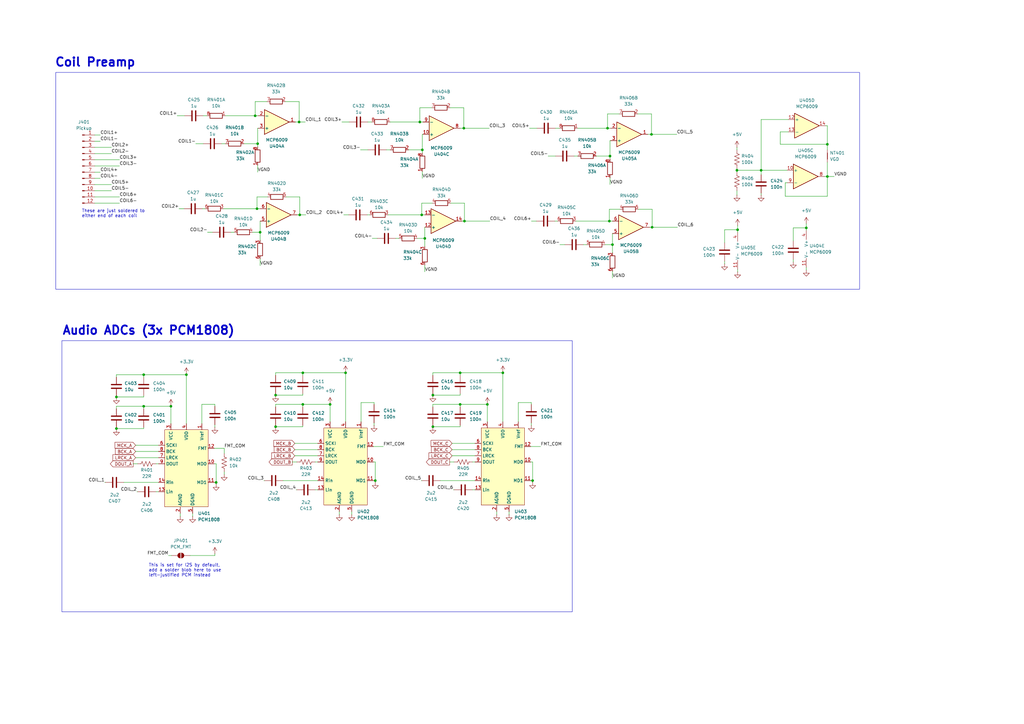
<source format=kicad_sch>
(kicad_sch (version 20231120) (generator "eeschema") (generator_version "8.0")
  (paper "A3")
  (junction (at 122.682 50.038))
  (junction (at 153.924 197.104))
  (junction (at 141.732 152.908))
  (junction (at 135.382 165.862))
  (junction (at 177.546 162.052))
  (junction (at 218.44 197.104))
  (junction (at 302.514 94.234))
  (junction (at 188.722 165.862))
  (junction (at 339.344 72.39))
  (junction (at 206.248 152.908))
  (junction (at 70.104 166.624))
  (junction (at 88.646 197.866))
  (junction (at 58.928 166.624))
  (junction (at 105.41 85.598))
  (junction (at 188.722 152.908))
  (junction (at 124.206 152.908))
  (junction (at 330.708 93.472))
  (junction (at 106.68 95.25))
  (junction (at 47.752 162.814))
  (junction (at 172.212 50.038))
  (junction (at 122.936 88.138))
  (junction (at 177.546 175.006))
  (junction (at 113.03 162.052))
  (junction (at 249.936 90.678))
  (junction (at 58.928 153.67))
  (junction (at 250.19 64.008))
  (junction (at 113.03 175.006))
  (junction (at 190.5 90.678))
  (junction (at 249.174 52.578))
  (junction (at 267.208 55.118))
  (junction (at 173.228 61.468))
  (junction (at 339.344 59.182))
  (junction (at 267.462 93.218))
  (junction (at 251.206 100.33))
  (junction (at 174.244 97.79))
  (junction (at 190.246 52.578))
  (junction (at 105.664 58.928))
  (junction (at 312.166 69.85))
  (junction (at 199.898 165.862))
  (junction (at 302.26 69.85))
  (junction (at 47.752 175.768))
  (junction (at 172.974 88.138))
  (junction (at 76.454 153.67))
  (junction (at 104.648 47.498))
  (junction (at 124.206 165.862))
  (wire (pts (xy 236.22 90.678) (xy 249.936 90.678)))
  (wire (pts (xy 113.03 161.544) (xy 113.03 162.052)))
  (wire (pts (xy 217.932 165.1) (xy 217.932 165.862)))
  (wire (pts (xy 254.254 85.852) (xy 249.936 85.852)))
  (wire (pts (xy 185.42 181.864) (xy 194.818 181.864)))
  (wire (pts (xy 105.664 58.928) (xy 105.664 60.198)))
  (wire (pts (xy 77.978 227.838) (xy 88.138 227.838)))
  (wire (pts (xy 117.094 41.656) (xy 122.682 41.656)))
  (wire (pts (xy 88.646 197.866) (xy 88.646 190.246)))
  (wire (pts (xy 113.03 175.006) (xy 113.03 175.26)))
  (wire (pts (xy 322.834 74.93) (xy 322.072 74.93)))
  (wire (pts (xy 38.862 80.772) (xy 49.022 80.772)))
  (wire (pts (xy 70.104 166.37) (xy 70.104 166.624)))
  (wire (pts (xy 47.752 166.624) (xy 58.928 166.624)))
  (wire (pts (xy 174.244 93.218) (xy 174.244 97.79)))
  (wire (pts (xy 42.926 197.866) (xy 43.18 197.866)))
  (wire (pts (xy 139.192 209.804) (xy 139.192 211.074)))
  (wire (pts (xy 217.932 173.482) (xy 217.932 174.498)))
  (wire (pts (xy 56.134 201.676) (xy 56.388 201.676)))
  (wire (pts (xy 124.206 152.908) (xy 141.732 152.908)))
  (wire (pts (xy 188.722 174.498) (xy 188.722 175.006)))
  (wire (pts (xy 302.26 78.232) (xy 302.26 80.01)))
  (wire (pts (xy 91.948 183.896) (xy 91.948 185.928)))
  (wire (pts (xy 108.204 197.104) (xy 108.458 197.104)))
  (wire (pts (xy 193.802 200.914) (xy 194.818 200.914)))
  (wire (pts (xy 113.03 165.862) (xy 124.206 165.862)))
  (wire (pts (xy 73.406 85.598) (xy 75.438 85.598)))
  (wire (pts (xy 190.5 83.312) (xy 190.5 90.678)))
  (wire (pts (xy 113.03 153.924) (xy 113.03 152.908)))
  (wire (pts (xy 177.546 162.052) (xy 177.546 162.306)))
  (wire (pts (xy 235.458 64.008) (xy 236.982 64.008)))
  (wire (pts (xy 173.482 55.118) (xy 173.228 55.118)))
  (wire (pts (xy 106.68 95.25) (xy 106.68 98.552)))
  (wire (pts (xy 188.722 161.544) (xy 188.722 162.052)))
  (wire (pts (xy 76.454 153.416) (xy 76.454 153.67)))
  (wire (pts (xy 109.728 80.772) (xy 105.41 80.772)))
  (wire (pts (xy 83.312 47.498) (xy 84.836 47.498)))
  (wire (pts (xy 251.206 100.33) (xy 251.206 103.632)))
  (wire (pts (xy 185.42 186.944) (xy 194.818 186.944)))
  (wire (pts (xy 72.644 47.498) (xy 75.692 47.498)))
  (wire (pts (xy 113.03 162.052) (xy 124.206 162.052)))
  (wire (pts (xy 105.664 52.578) (xy 105.664 58.928)))
  (wire (pts (xy 177.038 44.196) (xy 172.212 44.196)))
  (wire (pts (xy 87.884 183.896) (xy 91.948 183.896)))
  (wire (pts (xy 312.166 49.022) (xy 312.166 69.85)))
  (wire (pts (xy 249.936 85.852) (xy 249.936 90.678)))
  (wire (pts (xy 217.932 90.678) (xy 219.964 90.678)))
  (wire (pts (xy 94.742 95.25) (xy 96.012 95.25)))
  (wire (pts (xy 148.082 172.974) (xy 148.082 165.1)))
  (wire (pts (xy 54.61 190.246) (xy 56.388 190.246)))
  (wire (pts (xy 113.03 162.052) (xy 113.03 162.306)))
  (wire (pts (xy 177.546 166.878) (xy 177.546 165.862)))
  (wire (pts (xy 239.268 100.33) (xy 240.538 100.33)))
  (wire (pts (xy 229.616 100.33) (xy 231.648 100.33)))
  (wire (pts (xy 185.928 200.914) (xy 186.182 200.914)))
  (wire (pts (xy 45.72 60.452) (xy 38.862 60.452)))
  (wire (pts (xy 267.208 46.736) (xy 267.208 55.118)))
  (wire (pts (xy 82.804 165.862) (xy 88.138 165.862)))
  (wire (pts (xy 249.936 90.678) (xy 251.206 90.678)))
  (wire (pts (xy 70.104 166.624) (xy 70.104 173.736)))
  (wire (pts (xy 218.44 197.866) (xy 218.44 197.104)))
  (wire (pts (xy 184.404 189.484) (xy 186.182 189.484)))
  (wire (pts (xy 47.752 153.67) (xy 58.928 153.67)))
  (wire (pts (xy 64.008 190.246) (xy 65.024 190.246)))
  (wire (pts (xy 122.682 41.656) (xy 122.682 50.038)))
  (wire (pts (xy 302.514 94.234) (xy 302.514 95.25)))
  (wire (pts (xy 312.166 69.85) (xy 312.166 71.628)))
  (wire (pts (xy 177.546 162.052) (xy 188.722 162.052)))
  (wire (pts (xy 217.678 183.134) (xy 221.742 183.134)))
  (wire (pts (xy 254 46.736) (xy 249.174 46.736)))
  (wire (pts (xy 322.072 80.518) (xy 339.344 80.518)))
  (wire (pts (xy 76.454 153.67) (xy 76.454 173.736)))
  (wire (pts (xy 174.244 97.79) (xy 174.244 101.092)))
  (wire (pts (xy 78.994 210.566) (xy 78.994 211.836)))
  (wire (pts (xy 47.752 162.814) (xy 58.928 162.814)))
  (wire (pts (xy 217.678 197.104) (xy 218.44 197.104)))
  (wire (pts (xy 172.212 50.038) (xy 173.482 50.038)))
  (wire (pts (xy 339.344 51.562) (xy 338.582 51.562)))
  (wire (pts (xy 153.924 189.484) (xy 153.162 189.484)))
  (wire (pts (xy 140.97 88.138) (xy 143.002 88.138)))
  (wire (pts (xy 339.344 72.39) (xy 338.074 72.39)))
  (wire (pts (xy 236.982 52.578) (xy 249.174 52.578)))
  (wire (pts (xy 38.862 68.072) (xy 49.022 68.072)))
  (wire (pts (xy 227.838 52.578) (xy 229.362 52.578)))
  (wire (pts (xy 325.374 93.472) (xy 330.708 93.472)))
  (wire (pts (xy 88.138 174.244) (xy 88.138 175.26)))
  (wire (pts (xy 172.212 44.196) (xy 172.212 50.038)))
  (wire (pts (xy 206.248 152.908) (xy 206.248 172.974)))
  (wire (pts (xy 330.708 109.728) (xy 330.708 110.744)))
  (wire (pts (xy 122.682 50.038) (xy 121.158 50.038)))
  (wire (pts (xy 87.884 197.866) (xy 88.646 197.866)))
  (wire (pts (xy 320.04 54.102) (xy 320.04 59.182)))
  (wire (pts (xy 45.72 62.992) (xy 38.862 62.992)))
  (wire (pts (xy 109.474 41.656) (xy 104.648 41.656)))
  (wire (pts (xy 83.058 85.598) (xy 84.074 85.598)))
  (wire (pts (xy 250.19 57.658) (xy 250.19 64.008)))
  (wire (pts (xy 105.664 67.818) (xy 105.664 70.612)))
  (wire (pts (xy 267.462 93.218) (xy 266.446 93.218)))
  (wire (pts (xy 85.09 95.25) (xy 87.122 95.25)))
  (wire (pts (xy 58.928 166.624) (xy 58.928 167.64)))
  (wire (pts (xy 206.248 152.654) (xy 206.248 152.908)))
  (wire (pts (xy 153.416 173.482) (xy 153.416 174.498)))
  (wire (pts (xy 58.928 166.624) (xy 70.104 166.624)))
  (wire (pts (xy 320.04 59.182) (xy 339.344 59.182)))
  (wire (pts (xy 302.514 110.49) (xy 302.514 111.506)))
  (wire (pts (xy 88.646 190.246) (xy 87.884 190.246)))
  (wire (pts (xy 190.246 52.578) (xy 188.722 52.578)))
  (wire (pts (xy 38.862 70.612) (xy 41.148 70.612)))
  (wire (pts (xy 113.03 175.006) (xy 124.206 175.006)))
  (wire (pts (xy 267.462 85.852) (xy 267.462 93.218)))
  (wire (pts (xy 177.546 165.862) (xy 188.722 165.862)))
  (wire (pts (xy 104.648 41.656) (xy 104.648 47.498)))
  (wire (pts (xy 322.072 74.93) (xy 322.072 80.518)))
  (wire (pts (xy 88.646 198.628) (xy 88.646 197.866)))
  (wire (pts (xy 103.632 95.25) (xy 106.68 95.25)))
  (wire (pts (xy 190.5 90.678) (xy 189.484 90.678)))
  (wire (pts (xy 82.804 173.736) (xy 82.804 165.862)))
  (wire (pts (xy 150.876 50.038) (xy 152.4 50.038)))
  (wire (pts (xy 47.752 162.306) (xy 47.752 162.814)))
  (wire (pts (xy 106.68 90.678) (xy 106.68 95.25)))
  (wire (pts (xy 117.348 80.772) (xy 122.936 80.772)))
  (wire (pts (xy 212.598 172.974) (xy 212.598 165.1)))
  (wire (pts (xy 325.374 106.426) (xy 325.374 107.442)))
  (wire (pts (xy 124.206 161.544) (xy 124.206 162.052)))
  (wire (pts (xy 38.862 55.372) (xy 41.148 55.372)))
  (wire (pts (xy 80.264 58.928) (xy 83.312 58.928)))
  (wire (pts (xy 73.914 210.566) (xy 73.914 211.836)))
  (wire (pts (xy 113.03 166.878) (xy 113.03 165.862)))
  (wire (pts (xy 261.62 46.736) (xy 267.208 46.736)))
  (wire (pts (xy 58.928 153.67) (xy 58.928 154.686)))
  (wire (pts (xy 106.68 106.172) (xy 106.68 108.966)))
  (wire (pts (xy 302.26 69.85) (xy 312.166 69.85)))
  (wire (pts (xy 218.44 197.104) (xy 218.44 189.484)))
  (wire (pts (xy 45.72 75.692) (xy 38.862 75.692)))
  (wire (pts (xy 120.904 184.404) (xy 130.302 184.404)))
  (wire (pts (xy 69.088 227.838) (xy 70.358 227.838)))
  (wire (pts (xy 302.26 69.85) (xy 302.26 70.612)))
  (wire (pts (xy 121.412 200.914) (xy 121.666 200.914)))
  (wire (pts (xy 100.076 58.928) (xy 105.664 58.928)))
  (wire (pts (xy 302.514 92.456) (xy 302.514 94.234)))
  (wire (pts (xy 122.936 80.772) (xy 122.936 88.138)))
  (wire (pts (xy 120.904 186.944) (xy 130.302 186.944)))
  (wire (pts (xy 173.228 55.118) (xy 173.228 61.468)))
  (wire (pts (xy 141.732 152.654) (xy 141.732 152.908)))
  (wire (pts (xy 55.626 187.706) (xy 65.024 187.706)))
  (wire (pts (xy 339.344 72.39) (xy 342.138 72.39)))
  (wire (pts (xy 312.166 69.85) (xy 322.834 69.85)))
  (wire (pts (xy 250.19 72.898) (xy 250.19 75.692)))
  (wire (pts (xy 312.166 79.248) (xy 312.166 80.01)))
  (wire (pts (xy 302.26 69.088) (xy 302.26 69.85)))
  (wire (pts (xy 190.246 52.578) (xy 200.66 52.578)))
  (wire (pts (xy 92.456 47.498) (xy 104.648 47.498)))
  (wire (pts (xy 267.208 55.118) (xy 265.684 55.118)))
  (wire (pts (xy 65.024 197.866) (xy 50.8 197.866)))
  (wire (pts (xy 124.206 152.908) (xy 124.206 153.924)))
  (wire (pts (xy 148.082 165.1) (xy 153.416 165.1)))
  (wire (pts (xy 267.208 55.118) (xy 277.622 55.118)))
  (wire (pts (xy 267.462 93.218) (xy 277.876 93.218)))
  (wire (pts (xy 297.18 94.234) (xy 302.514 94.234)))
  (wire (pts (xy 218.44 189.484) (xy 217.678 189.484)))
  (wire (pts (xy 250.444 57.658) (xy 250.19 57.658)))
  (wire (pts (xy 339.344 59.182) (xy 339.344 61.468)))
  (wire (pts (xy 177.546 161.544) (xy 177.546 162.052)))
  (wire (pts (xy 47.752 175.768) (xy 58.928 175.768)))
  (wire (pts (xy 38.862 65.532) (xy 49.022 65.532)))
  (wire (pts (xy 227.584 90.678) (xy 228.6 90.678)))
  (wire (pts (xy 302.26 60.452) (xy 302.26 61.468)))
  (wire (pts (xy 297.18 107.188) (xy 297.18 108.204)))
  (wire (pts (xy 251.206 111.252) (xy 251.206 114.046)))
  (wire (pts (xy 153.924 197.104) (xy 153.924 189.484)))
  (wire (pts (xy 188.722 152.908) (xy 188.722 153.924)))
  (wire (pts (xy 184.658 44.196) (xy 190.246 44.196)))
  (wire (pts (xy 173.228 70.358) (xy 173.228 73.152)))
  (wire (pts (xy 147.828 61.468) (xy 150.876 61.468)))
  (wire (pts (xy 122.682 50.038) (xy 125.222 50.038)))
  (wire (pts (xy 330.708 91.694) (xy 330.708 93.472)))
  (wire (pts (xy 184.912 83.312) (xy 190.5 83.312)))
  (wire (pts (xy 190.5 90.678) (xy 200.914 90.678)))
  (wire (pts (xy 113.03 152.908) (xy 124.206 152.908)))
  (wire (pts (xy 261.874 85.852) (xy 267.462 85.852)))
  (wire (pts (xy 105.918 52.578) (xy 105.664 52.578)))
  (wire (pts (xy 158.496 61.468) (xy 160.02 61.468)))
  (wire (pts (xy 113.03 174.498) (xy 113.03 175.006)))
  (wire (pts (xy 185.42 184.404) (xy 194.818 184.404)))
  (wire (pts (xy 135.382 165.862) (xy 135.382 172.974)))
  (wire (pts (xy 249.174 52.578) (xy 250.444 52.578)))
  (wire (pts (xy 140.208 50.038) (xy 143.256 50.038)))
  (wire (pts (xy 152.654 97.79) (xy 154.686 97.79)))
  (wire (pts (xy 45.72 78.232) (xy 38.862 78.232)))
  (wire (pts (xy 47.752 175.26) (xy 47.752 175.768)))
  (wire (pts (xy 250.19 64.008) (xy 250.19 65.278)))
  (wire (pts (xy 330.708 93.472) (xy 330.708 94.488)))
  (wire (pts (xy 323.342 54.102) (xy 320.04 54.102)))
  (wire (pts (xy 88.138 227.838) (xy 88.138 227.076)))
  (wire (pts (xy 105.41 85.598) (xy 106.68 85.598)))
  (wire (pts (xy 129.286 189.484) (xy 130.302 189.484)))
  (wire (pts (xy 173.228 61.468) (xy 173.228 62.738)))
  (wire (pts (xy 55.626 185.166) (xy 65.024 185.166)))
  (wire (pts (xy 188.722 152.908) (xy 206.248 152.908)))
  (wire (pts (xy 172.974 88.138) (xy 174.244 88.138)))
  (wire (pts (xy 162.306 97.79) (xy 163.576 97.79)))
  (wire (pts (xy 188.722 165.862) (xy 188.722 166.878)))
  (wire (pts (xy 38.862 83.312) (xy 49.022 83.312)))
  (wire (pts (xy 135.382 165.608) (xy 135.382 165.862)))
  (wire (pts (xy 38.862 57.912) (xy 41.148 57.912)))
  (wire (pts (xy 248.158 100.33) (xy 251.206 100.33)))
  (wire (pts (xy 249.174 46.736) (xy 249.174 52.578)))
  (wire (pts (xy 58.928 162.306) (xy 58.928 162.814)))
  (wire (pts (xy 339.344 80.518) (xy 339.344 72.39)))
  (wire (pts (xy 174.244 108.712) (xy 174.244 111.506)))
  (wire (pts (xy 47.752 167.64) (xy 47.752 166.624)))
  (wire (pts (xy 153.162 197.104) (xy 153.924 197.104)))
  (wire (pts (xy 177.546 174.498) (xy 177.546 175.006)))
  (wire (pts (xy 153.416 165.1) (xy 153.416 165.862)))
  (wire (pts (xy 124.206 165.862) (xy 124.206 166.878)))
  (wire (pts (xy 119.888 189.484) (xy 121.666 189.484)))
  (wire (pts (xy 88.138 165.862) (xy 88.138 166.624)))
  (wire (pts (xy 177.546 152.908) (xy 188.722 152.908)))
  (wire (pts (xy 177.546 153.924) (xy 177.546 152.908)))
  (wire (pts (xy 194.818 197.104) (xy 180.594 197.104)))
  (wire (pts (xy 339.344 59.182) (xy 339.344 51.562)))
  (wire (pts (xy 177.546 175.006) (xy 177.546 175.26)))
  (wire (pts (xy 141.732 152.908) (xy 141.732 172.974)))
  (wire (pts (xy 208.788 209.804) (xy 208.788 211.074)))
  (wire (pts (xy 199.898 165.608) (xy 199.898 165.862)))
  (wire (pts (xy 58.928 153.67) (xy 76.454 153.67)))
  (wire (pts (xy 122.936 88.138) (xy 125.476 88.138)))
  (wire (pts (xy 224.79 64.008) (xy 227.838 64.008)))
  (wire (pts (xy 153.924 197.866) (xy 153.924 197.104)))
  (wire (pts (xy 193.802 189.484) (xy 194.818 189.484)))
  (wire (pts (xy 325.374 98.806) (xy 325.374 93.472)))
  (wire (pts (xy 47.752 162.814) (xy 47.752 163.068)))
  (wire (pts (xy 47.752 154.686) (xy 47.752 153.67)))
  (wire (pts (xy 199.898 165.862) (xy 199.898 172.974)))
  (wire (pts (xy 124.206 174.498) (xy 124.206 175.006)))
  (wire (pts (xy 297.18 99.568) (xy 297.18 94.234)))
  (wire (pts (xy 105.41 80.772) (xy 105.41 85.598)))
  (wire (pts (xy 144.272 209.804) (xy 144.272 211.074)))
  (wire (pts (xy 188.722 165.862) (xy 199.898 165.862)))
  (wire (pts (xy 212.598 165.1) (xy 217.932 165.1)))
  (wire (pts (xy 171.196 97.79) (xy 174.244 97.79)))
  (wire (pts (xy 159.258 88.138) (xy 172.974 88.138)))
  (wire (pts (xy 55.626 182.626) (xy 65.024 182.626)))
  (wire (pts (xy 90.932 58.928) (xy 92.456 58.928)))
  (wire (pts (xy 91.694 85.598) (xy 105.41 85.598)))
  (wire (pts (xy 122.936 88.138) (xy 121.92 88.138)))
  (wire (pts (xy 323.342 49.022) (xy 312.166 49.022)))
  (wire (pts (xy 153.162 183.134) (xy 157.226 183.134)))
  (wire (pts (xy 203.708 209.804) (xy 203.708 211.074)))
  (wire (pts (xy 64.008 201.676) (xy 65.024 201.676)))
  (wire (pts (xy 58.928 175.26) (xy 58.928 175.768)))
  (wire (pts (xy 217.17 52.578) (xy 220.218 52.578)))
  (wire (pts (xy 172.72 197.104) (xy 172.974 197.104)))
  (wire (pts (xy 38.862 73.152) (xy 41.148 73.152)))
  (wire (pts (xy 120.904 181.864) (xy 130.302 181.864)))
  (wire (pts (xy 130.302 197.104) (xy 116.078 197.104)))
  (wire (pts (xy 177.292 83.312) (xy 172.974 83.312)))
  (wire (pts (xy 129.286 200.914) (xy 130.302 200.914)))
  (wire (pts (xy 177.546 175.006) (xy 188.722 175.006)))
  (wire (pts (xy 251.206 95.758) (xy 251.206 100.33)))
  (wire (pts (xy 124.206 165.862) (xy 135.382 165.862)))
  (wire (pts (xy 190.246 44.196) (xy 190.246 52.578)))
  (wire (pts (xy 339.344 66.548) (xy 339.344 72.39)))
  (wire (pts (xy 172.974 83.312) (xy 172.974 88.138)))
  (wire (pts (xy 160.02 50.038) (xy 172.212 50.038)))
  (wire (pts (xy 167.64 61.468) (xy 173.228 61.468)))
  (wire (pts (xy 91.948 193.548) (xy 91.948 194.564)))
  (wire (pts (xy 47.752 175.768) (xy 47.752 176.022)))
  (wire (pts (xy 244.602 64.008) (xy 250.19 64.008)))
  (wire (pts (xy 104.648 47.498) (xy 105.918 47.498)))
  (wire (pts (xy 150.622 88.138) (xy 151.638 88.138)))
  (rectangle (start 25.4 139.7) (end 234.696 250.952))
  (rectangle (start 22.86 29.718) (end 352.552 118.618))
  (text "Coil Preamp" (at 22.352 25.654 0) (effects (font (size 3.5 3.5) (thickness 0.7) (bold yes)) (justify left)))
  (text "These are just soldered to\neither end of each coil" (at 33.528 87.63 0) (effects (font (size 1.27 1.27)) (justify left)))
  (text "Audio ADCs (3x PCM1808)" (at 25.4 135.636 0) (effects (font (size 3.5 3.5) (thickness 0.7) (bold yes)) (justify left)))
  (text "This is set for I2S by default, \nadd a solder blob here to use\nleft-justified PCM instead" (at 60.96 233.934 0) (effects (font (size 1.27 1.27)) (justify left)))
  (label "COIL3-" (at 147.828 61.468 180))
  (label "COIL6-" (at 229.616 100.33 180))
  (label "FMT_COM" (at 91.948 183.896 0))
  (label "COIL1+" (at 41.148 55.372 0))
  (label "COIL5+" (at 45.72 75.692 0))
  (label "COIL2-" (at 85.09 95.25 180))
  (label "COIL4+" (at 140.97 88.138 180))
  (label "COIL5-" (at 45.72 78.232 0))
  (label "COIL_4" (at 200.914 90.678 0))
  (label "COIL_6" (at 277.876 93.218 0))
  (label "COIL_1" (at 125.222 50.038 0))
  (label "COIL_2" (at 56.134 201.676 180))
  (label "COIL4-" (at 41.148 73.152 0))
  (label "COIL3+" (at 49.022 65.532 0))
  (label "VGND" (at 173.228 73.152 0))
  (label "COIL5-" (at 224.79 64.008 180))
  (label "COIL1-" (at 80.264 58.928 180))
  (label "COIL3+" (at 140.208 50.038 180))
  (label "VGND" (at 251.206 114.046 0))
  (label "VGND" (at 342.138 72.39 0))
  (label "COIL2+" (at 73.406 85.598 180))
  (label "COIL2+" (at 45.72 60.452 0))
  (label "COIL6+" (at 49.022 80.772 0))
  (label "COIL_6" (at 185.928 200.914 180))
  (label "COIL1-" (at 41.148 57.912 0))
  (label "VGND" (at 174.244 111.506 0))
  (label "COIL_5" (at 277.622 55.118 0))
  (label "COIL4+" (at 41.148 70.612 0))
  (label "FMT_COM" (at 157.226 183.134 0))
  (label "VGND" (at 105.664 70.612 0))
  (label "COIL_2" (at 125.476 88.138 0))
  (label "COIL_3" (at 108.204 197.104 180))
  (label "FMT_COM" (at 221.742 183.134 0))
  (label "COIL4-" (at 152.654 97.79 180))
  (label "COIL2-" (at 45.72 62.992 0))
  (label "VGND" (at 250.19 75.692 0))
  (label "COIL_3" (at 200.66 52.578 0))
  (label "COIL6+" (at 217.932 90.678 180))
  (label "COIL_1" (at 42.926 197.866 180))
  (label "COIL3-" (at 49.022 68.072 0))
  (label "VGND" (at 106.68 108.966 0))
  (label "COIL_5" (at 172.72 197.104 180))
  (label "COIL6-" (at 49.022 83.312 0))
  (label "FMT_COM" (at 69.088 227.838 180))
  (label "COIL_4" (at 121.412 200.914 180))
  (label "COIL5+" (at 217.17 52.578 180))
  (label "COIL1+" (at 72.644 47.498 180))
  (global_label "BCK_B" (shape input) (at 120.904 184.404 180) (property "Intersheetrefs" "${INTERSHEET_REFS}" (effects (hide yes))))
  (global_label "MCK_B" (shape input) (at 120.904 181.864 180) (property "Intersheetrefs" "${INTERSHEET_REFS}" (effects (hide yes))))
  (global_label "MCK_C" (shape input) (at 185.42 181.864 180) (property "Intersheetrefs" "${INTERSHEET_REFS}" (effects (hide yes))))
  (global_label "BCK_A" (shape input) (at 55.626 185.166 180) (property "Intersheetrefs" "${INTERSHEET_REFS}" (effects (hide yes))))
  (global_label "BCK_C" (shape input) (at 185.42 184.404 180) (property "Intersheetrefs" "${INTERSHEET_REFS}" (effects (hide yes))))
  (global_label "LRCK_C" (shape input) (at 185.42 186.944 180) (property "Intersheetrefs" "${INTERSHEET_REFS}" (effects (hide yes))))
  (global_label "MCK_A" (shape input) (at 55.626 182.626 180) (property "Intersheetrefs" "${INTERSHEET_REFS}" (effects (hide yes))))
  (global_label "LRCK_A" (shape input) (at 55.626 187.706 180) (property "Intersheetrefs" "${INTERSHEET_REFS}" (effects (hide yes))))
  (global_label "DOUT_B" (shape output) (at 119.888 189.484 180) (property "Intersheetrefs" "${INTERSHEET_REFS}" (effects (hide yes))))
  (global_label "DOUT_A" (shape output) (at 54.61 190.246 180) (property "Intersheetrefs" "${INTERSHEET_REFS}" (effects (hide yes))))
  (global_label "DOUT_C" (shape output) (at 184.404 189.484 180) (property "Intersheetrefs" "${INTERSHEET_REFS}" (effects (hide yes))))
  (global_label "LRCK_B" (shape input) (at 120.904 186.944 180) (property "Intersheetrefs" "${INTERSHEET_REFS}" (effects (hide yes))))
  (symbol (lib_id "Amplifier_Operational:MCP604") (at 330.454 72.39 0) (unit 3)
    (property "Reference" "U405" (at 330.454 61.722 0))
    (property "Value" "MCP6009" (at 330.454 64.262 0))
    (property "Footprint" "Package_SO:TSSOP-14_4.4x5mm_P0.65mm" (effects (hide yes)))
    (property "Datasheet" "http://ww1.microchip.com/downloads/en/DeviceDoc/21314g.pdf" (effects (hide yes)))
    (property "Description" "Quad 2.7V to 6.0V Single Supply CMOS Op Amps, DIP-14/SOIC-14/TSSOP-14" (effects (hide yes)))
  )
  (symbol (lib_id "power:GND") (at 153.924 197.866 0) (unit 1)
    (property "Reference" "#PWR0419" (effects (hide yes)))
    (property "Value" "GND" (effects (hide yes)))
    (property "Description" "Power symbol creates a global label with name \"GND\" , ground" (effects (hide yes)))
  )
  (symbol (lib_id "power:+5V") (at 302.514 92.456 0) (unit 1)
    (property "Reference" "#PWR0431" (effects (hide yes)))
    (property "Value" "+5V" (at 302.514 87.122 0))
    (property "Description" "Power symbol creates a global label with name \"+5V\"" (effects (hide yes)))
  )
  (symbol (lib_id "power:GND") (at 177.546 162.306 0) (unit 1)
    (property "Reference" "#PWR0421" (effects (hide yes)))
    (property "Value" "GND" (effects (hide yes)))
    (property "Description" "Power symbol creates a global label with name \"GND\" , ground" (effects (hide yes)))
  )
  (symbol (lib_id "Device:R_US") (at 189.992 189.484 90) (unit 1)
    (property "Reference" "R405" (at 189.992 192.024 90))
    (property "Value" "22R" (at 189.992 194.564 90))
    (property "Footprint" "Resistor_SMD:R_0805_2012Metric" (effects (hide yes)))
    (property "Description" "Resistor, US symbol" (effects (hide yes)))
  )
  (symbol (lib_id "power:GND") (at 88.646 198.628 0) (unit 1)
    (property "Reference" "#PWR0408" (effects (hide yes)))
    (property "Value" "GND" (effects (hide yes)))
    (property "Description" "Power symbol creates a global label with name \"GND\" , ground" (effects (hide yes)))
  )
  (symbol (lib_id "power:+3.3V") (at 88.138 227.076 0) (unit 1)
    (property "Reference" "#PWR0410" (effects (hide yes)))
    (property "Value" "+3.3V" (at 88.138 221.996 0))
    (property "Description" "Power symbol creates a global label with name \"+3.3V\"" (effects (hide yes)))
  )
  (symbol (lib_id "Device:R_US") (at 60.198 190.246 90) (unit 1)
    (property "Reference" "R401" (at 60.198 192.786 90))
    (property "Value" "22R" (at 60.198 195.326 90))
    (property "Footprint" "Resistor_SMD:R_0805_2012Metric" (effects (hide yes)))
    (property "Description" "Resistor, US symbol" (effects (hide yes)))
  )
  (symbol (lib_id "power:+3.3V") (at 141.732 152.654 0) (unit 1)
    (property "Reference" "#PWR0416" (effects (hide yes)))
    (property "Value" "+3.3V" (at 141.732 147.574 0))
    (property "Description" "Power symbol creates a global label with name \"+3.3V\"" (effects (hide yes)))
  )
  (symbol (lib_id "power:+5V") (at 302.26 60.452 0) (unit 1)
    (property "Reference" "#PWR0435" (effects (hide yes)))
    (property "Value" "+5V" (at 302.26 55.118 0))
    (property "Description" "Power symbol creates a global label with name \"+5V\"" (effects (hide yes)))
  )
  (symbol (lib_id "Jumper:SolderJumper_2_Open") (at 74.168 227.838 0) (unit 1) (exclude_from_sim yes) (in_bom no)
    (property "Reference" "JP401" (at 74.168 221.742 0))
    (property "Value" "PCM_FMT" (at 74.168 224.282 0))
    (property "Footprint" "Jumper:SolderJumper-2_P1.3mm_Open_TrianglePad1.0x1.5mm" (effects (hide yes)))
    (property "Description" "Solder Jumper, 2-pole, open" (effects (hide yes)))
  )
  (symbol (lib_id "power:GND") (at 139.192 211.074 0) (unit 1)
    (property "Reference" "#PWR0415" (effects (hide yes)))
    (property "Value" "GND" (effects (hide yes)))
    (property "Description" "Power symbol creates a global label with name \"GND\" , ground" (effects (hide yes)))
  )
  (symbol (lib_id "Device:R_Pack04_Split") (at 113.284 41.656 90) (unit 2)
    (property "Reference" "RN402" (at 113.284 35.052 90))
    (property "Value" "33k" (at 113.284 37.592 90))
    (property "Footprint" "Resistor_SMD:R_Array_Concave_4x0603" (effects (hide yes)))
    (property "Description" "4 resistor network, parallel topology, split" (effects (hide yes)))
  )
  (symbol (lib_id "Device:C") (at 146.812 88.138 90) (unit 1)
    (property "Reference" "C431" (at 146.812 81.534 90))
    (property "Value" "1u" (at 146.812 84.074 90))
    (property "Footprint" "Capacitor_SMD:C_0805_2012Metric" (effects (hide yes)))
    (property "Description" "Unpolarized capacitor" (effects (hide yes)))
  )
  (symbol (lib_id "Amplifier_Operational:MCP604") (at 114.3 88.138 0) (mirror x) (unit 2)
    (property "Reference" "U404" (at 114.3 98.044 0))
    (property "Value" "MCP6009" (at 114.3 95.504 0))
    (property "Footprint" "Package_SO:TSSOP-14_4.4x5mm_P0.65mm" (effects (hide yes)))
    (property "Datasheet" "http://ww1.microchip.com/downloads/en/DeviceDoc/21314g.pdf" (effects (hide yes)))
    (property "Description" "Quad 2.7V to 6.0V Single Supply CMOS Op Amps, DIP-14/SOIC-14/TSSOP-14" (effects (hide yes)))
  )
  (symbol (lib_id "Device:R_Pack04_Split") (at 163.83 61.468 90) (unit 2)
    (property "Reference" "RN403" (at 163.83 54.864 90))
    (property "Value" "10k" (at 163.83 57.404 90))
    (property "Footprint" "Resistor_SMD:R_Array_Concave_4x0603" (effects (hide yes)))
    (property "Description" "4 resistor network, parallel topology, split" (effects (hide yes)))
  )
  (symbol (lib_id "Device:C") (at 47.752 171.45 0) (unit 1)
    (property "Reference" "C402" (at 51.054 170.1799 0) (effects (justify left)))
    (property "Value" "10u" (at 51.054 172.7199 0) (effects (justify left)))
    (property "Footprint" "Capacitor_SMD:C_0805_2012Metric" (effects (hide yes)))
    (property "Description" "Unpolarized capacitor" (effects (hide yes)))
  )
  (symbol (lib_id "Device:R_Pack04_Split") (at 87.884 85.598 90) (unit 3)
    (property "Reference" "RN401" (at 87.884 80.01 90))
    (property "Value" "10k" (at 87.884 82.55 90))
    (property "Footprint" "Resistor_SMD:R_Array_Concave_4x0603" (effects (hide yes)))
    (property "Description" "4 resistor network, parallel topology, split" (effects (hide yes)))
  )
  (symbol (lib_id "Device:R_US") (at 91.948 189.738 0) (unit 1)
    (property "Reference" "R402" (at 93.98 188.4679 0) (effects (justify left)))
    (property "Value" "10k" (at 93.98 191.0079 0) (effects (justify left)))
    (property "Footprint" "Resistor_SMD:R_0805_2012Metric" (effects (hide yes)))
    (property "Description" "Resistor, US symbol" (effects (hide yes)))
  )
  (symbol (lib_id "Device:C") (at 113.03 157.734 0) (unit 1)
    (property "Reference" "C409" (at 116.332 156.4639 0) (effects (justify left)))
    (property "Value" "10u" (at 116.332 159.0039 0) (effects (justify left)))
    (property "Footprint" "Capacitor_SMD:C_0805_2012Metric" (effects (hide yes)))
    (property "Description" "Unpolarized capacitor" (effects (hide yes)))
  )
  (symbol (lib_id "Device:C") (at 90.932 95.25 90) (unit 1)
    (property "Reference" "C428" (at 90.932 88.646 90))
    (property "Value" "1u" (at 90.932 91.186 90))
    (property "Footprint" "Capacitor_SMD:C_0805_2012Metric" (effects (hide yes)))
    (property "Description" "Unpolarized capacitor" (effects (hide yes)))
  )
  (symbol (lib_id "Device:C") (at 79.248 85.598 90) (unit 1)
    (property "Reference" "C427" (at 79.248 78.994 90))
    (property "Value" "1u" (at 79.248 81.534 90))
    (property "Footprint" "Capacitor_SMD:C_0805_2012Metric" (effects (hide yes)))
    (property "Description" "Unpolarized capacitor" (effects (hide yes)))
  )
  (symbol (lib_id "Device:R_Pack04_Split") (at 257.81 46.736 90) (unit 2)
    (property "Reference" "RN406" (at 257.81 40.132 90))
    (property "Value" "33k" (at 257.81 42.672 90))
    (property "Footprint" "Resistor_SMD:R_Array_Concave_4x0603" (effects (hide yes)))
    (property "Description" "4 resistor network, parallel topology, split" (effects (hide yes)))
  )
  (symbol (lib_id "Device:NetTie_2") (at 339.344 64.008 90) (unit 1) (in_bom no)
    (property "Reference" "NT401" (at 340.36 62.7379 90) (effects (justify right)))
    (property "Value" "VGD" (at 340.36 65.2779 90) (effects (justify right)))
    (property "Footprint" "NetTie:NetTie-2_SMD_Pad0.5mm" (effects (hide yes)))
    (property "Description" "Net tie, 2 pins" (effects (hide yes)))
  )
  (symbol (lib_id "Device:C") (at 154.686 61.468 90) (unit 1)
    (property "Reference" "C433" (at 154.686 54.864 90))
    (property "Value" "1u" (at 154.686 57.404 90))
    (property "Footprint" "Capacitor_SMD:C_0805_2012Metric" (effects (hide yes)))
    (property "Description" "Unpolarized capacitor" (effects (hide yes)))
  )
  (symbol (lib_id "Device:R_US") (at 125.476 189.484 90) (unit 1)
    (property "Reference" "R403" (at 125.476 192.024 90))
    (property "Value" "22R" (at 125.476 194.564 90))
    (property "Footprint" "Resistor_SMD:R_0805_2012Metric" (effects (hide yes)))
    (property "Description" "Resistor, US symbol" (effects (hide yes)))
  )
  (symbol (lib_id "power:GND") (at 325.374 107.442 0) (unit 1)
    (property "Reference" "#PWR0420" (effects (hide yes)))
    (property "Value" "GND" (effects (hide yes)))
    (property "Description" "Power symbol creates a global label with name \"GND\" , ground" (effects (hide yes)))
  )
  (symbol (lib_id "Audio:PCM1808") (at 206.248 192.024 0) (unit 1)
    (property "Reference" "U403" (at 210.9821 209.804 0) (effects (justify left)))
    (property "Value" "PCM1808" (at 210.9821 212.344 0) (effects (justify left)))
    (property "Footprint" "Package_SO:TSSOP-14_4.4x5mm_P0.65mm" (effects (hide yes)))
  )
  (symbol (lib_id "power:+5V") (at 330.708 91.694 0) (unit 1)
    (property "Reference" "#PWR0411" (effects (hide yes)))
    (property "Value" "+5V" (at 330.708 86.36 0))
    (property "Description" "Power symbol creates a global label with name \"+5V\"" (effects (hide yes)))
  )
  (symbol (lib_id "power:GND") (at 78.994 211.836 0) (unit 1)
    (property "Reference" "#PWR0407" (effects (hide yes)))
    (property "Value" "GND" (effects (hide yes)))
    (property "Description" "Power symbol creates a global label with name \"GND\" , ground" (effects (hide yes)))
  )
  (symbol (lib_id "power:GND") (at 312.166 80.01 0) (unit 1)
    (property "Reference" "#PWR0434" (effects (hide yes)))
    (property "Value" "GND" (effects (hide yes)))
    (property "Description" "Power symbol creates a global label with name \"GND\" , ground" (effects (hide yes)))
  )
  (symbol (lib_id "Device:C") (at 87.122 58.928 90) (unit 1)
    (property "Reference" "C426" (at 87.122 52.324 90))
    (property "Value" "1u" (at 87.122 54.864 90))
    (property "Footprint" "Capacitor_SMD:C_0805_2012Metric" (effects (hide yes)))
    (property "Description" "Unpolarized capacitor" (effects (hide yes)))
  )
  (symbol (lib_id "Device:R_Pack04_Split") (at 106.68 102.362 180) (unit 3)
    (property "Reference" "RN402" (at 97.536 101.092 0) (effects (justify right)))
    (property "Value" "33k" (at 97.536 103.632 0) (effects (justify right)))
    (property "Footprint" "Resistor_SMD:R_Array_Concave_4x0603" (effects (hide yes)))
    (property "Description" "4 resistor network, parallel topology, split" (effects (hide yes)))
  )
  (symbol (lib_id "Device:R_Pack04_Split") (at 173.228 66.548 0) (unit 1)
    (property "Reference" "RN404" (at 164.084 65.278 0) (effects (justify left)))
    (property "Value" "33k" (at 164.084 67.818 0) (effects (justify left)))
    (property "Footprint" "Resistor_SMD:R_Array_Concave_4x0603" (effects (hide yes)))
    (property "Description" "4 resistor network, parallel topology, split" (effects (hide yes)))
  )
  (symbol (lib_id "Device:R_Pack04_Split") (at 96.266 58.928 90) (unit 2)
    (property "Reference" "RN401" (at 96.266 52.324 90))
    (property "Value" "10k" (at 96.266 54.864 90))
    (property "Footprint" "Resistor_SMD:R_Array_Concave_4x0603" (effects (hide yes)))
    (property "Description" "4 resistor network, parallel topology, split" (effects (hide yes)))
  )
  (symbol (lib_id "Device:C") (at 223.774 90.678 90) (unit 1)
    (property "Reference" "C429" (at 223.774 84.074 90))
    (property "Value" "1u" (at 223.774 86.614 90))
    (property "Footprint" "Capacitor_SMD:C_0805_2012Metric" (effects (hide yes)))
    (property "Description" "Unpolarized capacitor" (effects (hide yes)))
  )
  (symbol (lib_id "Device:R_US") (at 302.26 65.278 0) (unit 1)
    (property "Reference" "R404" (at 304.038 64.0079 0) (effects (justify left)))
    (property "Value" "100k" (at 304.038 66.5479 0) (effects (justify left)))
    (property "Footprint" "Resistor_SMD:R_0805_2012Metric" (effects (hide yes)))
    (property "Description" "Resistor, US symbol" (effects (hide yes)))
  )
  (symbol (lib_id "power:+5V") (at 70.104 166.37 0) (unit 1)
    (property "Reference" "#PWR0403" (effects (hide yes)))
    (property "Value" "+5V" (at 70.104 161.036 0))
    (property "Description" "Power symbol creates a global label with name \"+5V\"" (effects (hide yes)))
  )
  (symbol (lib_id "Device:C") (at 188.722 157.734 0) (unit 1)
    (property "Reference" "C418" (at 192.532 156.4639 0) (effects (justify left)))
    (property "Value" "100n" (at 192.532 159.0039 0) (effects (justify left)))
    (property "Footprint" "Capacitor_SMD:C_0805_2012Metric" (effects (hide yes)))
    (property "Description" "Unpolarized capacitor" (effects (hide yes)))
  )
  (symbol (lib_id "Device:R_Pack04_Split") (at 232.41 90.678 90) (unit 3)
    (property "Reference" "RN405" (at 232.41 85.09 90))
    (property "Value" "10k" (at 232.41 87.63 90))
    (property "Footprint" "Resistor_SMD:R_Array_Concave_4x0603" (effects (hide yes)))
    (property "Description" "4 resistor network, parallel topology, split" (effects (hide yes)))
  )
  (symbol (lib_id "power:GND") (at 91.948 194.564 0) (unit 1)
    (property "Reference" "#PWR0409" (effects (hide yes)))
    (property "Value" "GND" (effects (hide yes)))
    (property "Description" "Power symbol creates a global label with name \"GND\" , ground" (effects (hide yes)))
  )
  (symbol (lib_id "Audio:PCM1808") (at 76.454 192.786 0) (unit 1)
    (property "Reference" "U401" (at 81.1881 210.566 0) (effects (justify left)))
    (property "Value" "PCM1808" (at 81.1881 213.106 0) (effects (justify left)))
    (property "Footprint" "Package_SO:TSSOP-14_4.4x5mm_P0.65mm" (effects (hide yes)))
  )
  (symbol (lib_id "Device:C") (at 188.722 170.688 0) (unit 1)
    (property "Reference" "C419" (at 192.532 169.4179 0) (effects (justify left)))
    (property "Value" "100n" (at 192.532 171.9579 0) (effects (justify left)))
    (property "Footprint" "Capacitor_SMD:C_0805_2012Metric" (effects (hide yes)))
    (property "Description" "Unpolarized capacitor" (effects (hide yes)))
  )
  (symbol (lib_id "Device:C") (at 231.648 64.008 90) (unit 1)
    (property "Reference" "C435" (at 231.648 57.404 90))
    (property "Value" "1u" (at 231.648 59.944 90))
    (property "Footprint" "Capacitor_SMD:C_0805_2012Metric" (effects (hide yes)))
    (property "Description" "Unpolarized capacitor" (effects (hide yes)))
  )
  (symbol (lib_id "Amplifier_Operational:MCP604") (at 330.962 51.562 0) (unit 4)
    (property "Reference" "U405" (at 330.962 41.148 0))
    (property "Value" "MCP6009" (at 330.962 43.688 0))
    (property "Footprint" "Package_SO:TSSOP-14_4.4x5mm_P0.65mm" (effects (hide yes)))
    (property "Datasheet" "http://ww1.microchip.com/downloads/en/DeviceDoc/21314g.pdf" (effects (hide yes)))
    (property "Description" "Quad 2.7V to 6.0V Single Supply CMOS Op Amps, DIP-14/SOIC-14/TSSOP-14" (effects (hide yes)))
  )
  (symbol (lib_id "Device:R_Pack04_Split") (at 99.822 95.25 90) (unit 4)
    (property "Reference" "RN401" (at 99.822 89.662 90))
    (property "Value" "10k" (at 99.822 92.202 90))
    (property "Footprint" "Resistor_SMD:R_Array_Concave_4x0603" (effects (hide yes)))
    (property "Description" "4 resistor network, parallel topology, split" (effects (hide yes)))
  )
  (symbol (lib_id "Amplifier_Operational:MCP604") (at 333.248 102.108 0) (unit 5)
    (property "Reference" "U404" (at 331.978 100.8379 0) (effects (justify left)))
    (property "Value" "MCP6009" (at 331.978 103.3779 0) (effects (justify left)))
    (property "Footprint" "Package_SO:TSSOP-14_4.4x5mm_P0.65mm" (effects (hide yes)))
    (property "Datasheet" "http://ww1.microchip.com/downloads/en/DeviceDoc/21314g.pdf" (effects (hide yes)))
    (property "Description" "Quad 2.7V to 6.0V Single Supply CMOS Op Amps, DIP-14/SOIC-14/TSSOP-14" (effects (hide yes)))
  )
  (symbol (lib_id "Device:R_Pack04_Split") (at 181.102 83.312 270) (unit 4)
    (property "Reference" "RN404" (at 181.102 77.724 90))
    (property "Value" "33k" (at 181.102 80.264 90))
    (property "Footprint" "Resistor_SMD:R_Array_Concave_4x0603" (effects (hide yes)))
    (property "Description" "4 resistor network, parallel topology, split" (effects (hide yes)))
  )
  (symbol (lib_id "Amplifier_Operational:MCP604") (at 305.054 102.87 0) (unit 5)
    (property "Reference" "U405" (at 303.784 101.5999 0) (effects (justify left)))
    (property "Value" "MCP6009" (at 303.784 104.1399 0) (effects (justify left)))
    (property "Footprint" "Package_SO:TSSOP-14_4.4x5mm_P0.65mm" (effects (hide yes)))
    (property "Datasheet" "http://ww1.microchip.com/downloads/en/DeviceDoc/21314g.pdf" (effects (hide yes)))
    (property "Description" "Quad 2.7V to 6.0V Single Supply CMOS Op Amps, DIP-14/SOIC-14/TSSOP-14" (effects (hide yes)))
  )
  (symbol (lib_id "power:GND") (at 113.03 162.306 0) (unit 1)
    (property "Reference" "#PWR0412" (effects (hide yes)))
    (property "Value" "GND" (effects (hide yes)))
    (property "Description" "Power symbol creates a global label with name \"GND\" , ground" (effects (hide yes)))
  )
  (symbol (lib_id "power:GND") (at 217.932 174.498 0) (unit 1)
    (property "Reference" "#PWR0427" (effects (hide yes)))
    (property "Value" "GND" (effects (hide yes)))
    (property "Description" "Power symbol creates a global label with name \"GND\" , ground" (effects (hide yes)))
  )
  (symbol (lib_id "Connector:Conn_01x12_Pin") (at 33.782 68.072 0) (unit 1)
    (property "Reference" "J401" (at 34.417 50.038 0))
    (property "Value" "Pickup" (at 34.417 52.578 0))
    (property "Footprint" "Connector_JST:JST_PH_B12B-PH-K_1x12_P2.00mm_Vertical" (effects (hide yes)))
    (property "Description" "Generic connector, single row, 01x12, script generated" (effects (hide yes)))
  )
  (symbol (lib_id "Device:C") (at 312.166 75.438 0) (unit 1)
    (property "Reference" "C424" (at 315.976 74.1679 0) (effects (justify left)))
    (property "Value" "100n" (at 315.976 76.7079 0) (effects (justify left)))
    (property "Footprint" "Capacitor_SMD:C_0805_2012Metric" (effects (hide yes)))
    (property "Description" "Unpolarized capacitor" (effects (hide yes)))
  )
  (symbol (lib_id "Device:R_Pack04_Split") (at 167.386 97.79 90) (unit 4)
    (property "Reference" "RN403" (at 167.386 92.202 90))
    (property "Value" "10k" (at 167.386 94.742 90))
    (property "Footprint" "Resistor_SMD:R_Array_Concave_4x0603" (effects (hide yes)))
    (property "Description" "4 resistor network, parallel topology, split" (effects (hide yes)))
  )
  (symbol (lib_id "Device:R_Pack04_Split") (at 240.792 64.008 90) (unit 2)
    (property "Reference" "RN405" (at 240.792 57.404 90))
    (property "Value" "10k" (at 240.792 59.944 90))
    (property "Footprint" "Resistor_SMD:R_Array_Concave_4x0603" (effects (hide yes)))
    (property "Description" "4 resistor network, parallel topology, split" (effects (hide yes)))
  )
  (symbol (lib_id "power:+5V") (at 135.382 165.608 0) (unit 1)
    (property "Reference" "#PWR0414" (effects (hide yes)))
    (property "Value" "+5V" (at 135.382 160.274 0))
    (property "Description" "Power symbol creates a global label with name \"+5V\"" (effects (hide yes)))
  )
  (symbol (lib_id "power:+3.3V") (at 206.248 152.654 0) (unit 1)
    (property "Reference" "#PWR0425" (effects (hide yes)))
    (property "Value" "+3.3V" (at 206.248 147.574 0))
    (property "Description" "Power symbol creates a global label with name \"+3.3V\"" (effects (hide yes)))
  )
  (symbol (lib_id "power:+5V") (at 199.898 165.608 0) (unit 1)
    (property "Reference" "#PWR0423" (effects (hide yes)))
    (property "Value" "+5V" (at 199.898 160.274 0))
    (property "Description" "Power symbol creates a global label with name \"+5V\"" (effects (hide yes)))
  )
  (symbol (lib_id "Device:R_US") (at 302.26 74.422 0) (unit 1)
    (property "Reference" "R406" (at 304.038 73.1519 0) (effects (justify left)))
    (property "Value" "100k" (at 304.038 75.6919 0) (effects (justify left)))
    (property "Footprint" "Resistor_SMD:R_0805_2012Metric" (effects (hide yes)))
    (property "Description" "Resistor, US symbol" (effects (hide yes)))
  )
  (symbol (lib_id "Device:C") (at 189.992 200.914 270) (mirror x) (unit 1)
    (property "Reference" "C420" (at 189.992 208.534 90))
    (property "Value" "2u2" (at 189.992 205.994 90))
    (property "Footprint" "Capacitor_SMD:C_0805_2012Metric" (effects (hide yes)))
    (property "Description" "Unpolarized capacitor" (effects (hide yes)))
  )
  (symbol (lib_id "Device:C") (at 297.18 103.378 0) (mirror y) (unit 1)
    (property "Reference" "C423" (at 293.37 102.1079 0) (effects (justify left)))
    (property "Value" "100n" (at 293.37 104.6479 0) (effects (justify left)))
    (property "Footprint" "Capacitor_SMD:C_0805_2012Metric" (effects (hide yes)))
    (property "Description" "Unpolarized capacitor" (effects (hide yes)))
  )
  (symbol (lib_id "Device:C") (at 147.066 50.038 90) (unit 1)
    (property "Reference" "C432" (at 147.066 43.434 90))
    (property "Value" "1u" (at 147.066 45.974 90))
    (property "Footprint" "Capacitor_SMD:C_0805_2012Metric" (effects (hide yes)))
    (property "Description" "Unpolarized capacitor" (effects (hide yes)))
  )
  (symbol (lib_id "power:+3.3V") (at 76.454 153.416 0) (unit 1)
    (property "Reference" "#PWR0404" (effects (hide yes)))
    (property "Value" "+3.3V" (at 76.454 148.336 0))
    (property "Description" "Power symbol creates a global label with name \"+3.3V\"" (effects (hide yes)))
  )
  (symbol (lib_id "power:GND") (at 218.44 197.866 0) (unit 1)
    (property "Reference" "#PWR0428" (effects (hide yes)))
    (property "Value" "GND" (effects (hide yes)))
    (property "Description" "Power symbol creates a global label with name \"GND\" , ground" (effects (hide yes)))
  )
  (symbol (lib_id "Device:R_Pack04_Split") (at 174.244 104.902 180) (unit 3)
    (property "Reference" "RN404" (at 165.354 103.378 0) (effects (justify right)))
    (property "Value" "33k" (at 165.354 105.918 0) (effects (justify right)))
    (property "Footprint" "Resistor_SMD:R_Array_Concave_4x0603" (effects (hide yes)))
    (property "Description" "4 resistor network, parallel topology, split" (effects (hide yes)))
  )
  (symbol (lib_id "power:GND") (at 73.914 211.836 0) (unit 1)
    (property "Reference" "#PWR0406" (effects (hide yes)))
    (property "Value" "GND" (effects (hide yes)))
    (property "Description" "Power symbol creates a global label with name \"GND\" , ground" (effects (hide yes)))
  )
  (symbol (lib_id "Device:C") (at 124.206 170.688 0) (unit 1)
    (property "Reference" "C412" (at 128.016 169.4179 0) (effects (justify left)))
    (property "Value" "100n" (at 128.016 171.9579 0) (effects (justify left)))
    (property "Footprint" "Capacitor_SMD:C_0805_2012Metric" (effects (hide yes)))
    (property "Description" "Unpolarized capacitor" (effects (hide yes)))
  )
  (symbol (lib_id "power:GND") (at 302.26 80.01 0) (unit 1)
    (property "Reference" "#PWR0433" (effects (hide yes)))
    (property "Value" "GND" (effects (hide yes)))
    (property "Description" "Power symbol creates a global label with name \"GND\" , ground" (effects (hide yes)))
  )
  (symbol (lib_id "Device:R_Pack04_Split") (at 180.848 44.196 90) (unit 2)
    (property "Reference" "RN404" (at 180.848 37.592 90))
    (property "Value" "33k" (at 180.848 40.132 90))
    (property "Footprint" "Resistor_SMD:R_Array_Concave_4x0603" (effects (hide yes)))
    (property "Description" "4 resistor network, parallel topology, split" (effects (hide yes)))
  )
  (symbol (lib_id "Device:R_Pack04_Split") (at 244.348 100.33 90) (unit 4)
    (property "Reference" "RN405" (at 244.348 94.742 90))
    (property "Value" "10k" (at 244.348 97.282 90))
    (property "Footprint" "Resistor_SMD:R_Array_Concave_4x0603" (effects (hide yes)))
    (property "Description" "4 resistor network, parallel topology, split" (effects (hide yes)))
  )
  (symbol (lib_id "Device:C") (at 177.546 157.734 0) (unit 1)
    (property "Reference" "C416" (at 180.848 156.4639 0) (effects (justify left)))
    (property "Value" "10u" (at 180.848 159.0039 0) (effects (justify left)))
    (property "Footprint" "Capacitor_SMD:C_0805_2012Metric" (effects (hide yes)))
    (property "Description" "Unpolarized capacitor" (effects (hide yes)))
  )
  (symbol (lib_id "Device:C") (at 88.138 170.434 0) (unit 1)
    (property "Reference" "C405" (at 91.948 169.1639 0) (effects (justify left)))
    (property "Value" "100n" (at 91.948 171.7039 0) (effects (justify left)))
    (property "Footprint" "Capacitor_SMD:C_0805_2012Metric" (effects (hide yes)))
    (property "Description" "Unpolarized capacitor" (effects (hide yes)))
  )
  (symbol (lib_id "power:GND") (at 144.272 211.074 0) (unit 1)
    (property "Reference" "#PWR0417" (effects (hide yes)))
    (property "Value" "GND" (effects (hide yes)))
    (property "Description" "Power symbol creates a global label with name \"GND\" , ground" (effects (hide yes)))
  )
  (symbol (lib_id "Device:R_Pack04_Split") (at 88.646 47.498 90) (unit 1)
    (property "Reference" "RN401" (at 88.646 40.894 90))
    (property "Value" "10k" (at 88.646 43.434 90))
    (property "Footprint" "Resistor_SMD:R_Array_Concave_4x0603" (effects (hide yes)))
    (property "Description" "4 resistor network, parallel topology, split" (effects (hide yes)))
  )
  (symbol (lib_id "Amplifier_Operational:MCP604") (at 113.538 50.038 0) (mirror x) (unit 1)
    (property "Reference" "U404" (at 113.538 59.944 0))
    (property "Value" "MCP6009" (at 113.538 57.404 0))
    (property "Footprint" "Package_SO:TSSOP-14_4.4x5mm_P0.65mm" (effects (hide yes)))
    (property "Datasheet" "http://ww1.microchip.com/downloads/en/DeviceDoc/21314g.pdf" (effects (hide yes)))
    (property "Description" "Quad 2.7V to 6.0V Single Supply CMOS Op Amps, DIP-14/SOIC-14/TSSOP-14" (effects (hide yes)))
  )
  (symbol (lib_id "Device:C") (at 112.268 197.104 270) (mirror x) (unit 1)
    (property "Reference" "C408" (at 112.268 204.724 90))
    (property "Value" "2u2" (at 112.268 202.184 90))
    (property "Footprint" "Capacitor_SMD:C_0805_2012Metric" (effects (hide yes)))
    (property "Description" "Unpolarized capacitor" (effects (hide yes)))
  )
  (symbol (lib_id "power:GND") (at 297.18 108.204 0) (unit 1)
    (property "Reference" "#PWR0430" (effects (hide yes)))
    (property "Value" "GND" (effects (hide yes)))
    (property "Description" "Power symbol creates a global label with name \"GND\" , ground" (effects (hide yes)))
  )
  (symbol (lib_id "Device:C") (at 224.028 52.578 90) (unit 1)
    (property "Reference" "C430" (at 224.028 45.974 90))
    (property "Value" "1u" (at 224.028 48.514 90))
    (property "Footprint" "Capacitor_SMD:C_0805_2012Metric" (effects (hide yes)))
    (property "Description" "Unpolarized capacitor" (effects (hide yes)))
  )
  (symbol (lib_id "power:GND") (at 208.788 211.074 0) (unit 1)
    (property "Reference" "#PWR0426" (effects (hide yes)))
    (property "Value" "GND" (effects (hide yes)))
    (property "Description" "Power symbol creates a global label with name \"GND\" , ground" (effects (hide yes)))
  )
  (symbol (lib_id "Device:C") (at 176.784 197.104 270) (mirror x) (unit 1)
    (property "Reference" "C415" (at 176.784 204.724 90))
    (property "Value" "2u2" (at 176.784 202.184 90))
    (property "Footprint" "Capacitor_SMD:C_0805_2012Metric" (effects (hide yes)))
    (property "Description" "Unpolarized capacitor" (effects (hide yes)))
  )
  (symbol (lib_id "Device:C") (at 177.546 170.688 0) (unit 1)
    (property "Reference" "C417" (at 180.848 169.4179 0) (effects (justify left)))
    (property "Value" "10u" (at 180.848 171.9579 0) (effects (justify left)))
    (property "Footprint" "Capacitor_SMD:C_0805_2012Metric" (effects (hide yes)))
    (property "Description" "Unpolarized capacitor" (effects (hide yes)))
  )
  (symbol (lib_id "power:GND") (at 153.416 174.498 0) (unit 1)
    (property "Reference" "#PWR0418" (effects (hide yes)))
    (property "Value" "GND" (effects (hide yes)))
    (property "Description" "Power symbol creates a global label with name \"GND\" , ground" (effects (hide yes)))
  )
  (symbol (lib_id "Device:C") (at 58.928 171.45 0) (unit 1)
    (property "Reference" "C401" (at 62.738 170.1799 0) (effects (justify left)))
    (property "Value" "100n" (at 62.738 172.7199 0) (effects (justify left)))
    (property "Footprint" "Capacitor_SMD:C_0805_2012Metric" (effects (hide yes)))
    (property "Description" "Unpolarized capacitor" (effects (hide yes)))
  )
  (symbol (lib_id "Device:C") (at 113.03 170.688 0) (unit 1)
    (property "Reference" "C410" (at 116.332 169.4179 0) (effects (justify left)))
    (property "Value" "10u" (at 116.332 171.9579 0) (effects (justify left)))
    (property "Footprint" "Capacitor_SMD:C_0805_2012Metric" (effects (hide yes)))
    (property "Description" "Unpolarized capacitor" (effects (hide yes)))
  )
  (symbol (lib_id "power:GND") (at 47.752 176.022 0) (unit 1)
    (property "Reference" "#PWR0401" (effects (hide yes)))
    (property "Value" "GND" (effects (hide yes)))
    (property "Description" "Power symbol creates a global label with name \"GND\" , ground" (effects (hide yes)))
  )
  (symbol (lib_id "Device:C") (at 217.932 169.672 0) (unit 1)
    (property "Reference" "C421" (at 221.742 168.4019 0) (effects (justify left)))
    (property "Value" "100n" (at 221.742 170.9419 0) (effects (justify left)))
    (property "Footprint" "Capacitor_SMD:C_0805_2012Metric" (effects (hide yes)))
    (property "Description" "Unpolarized capacitor" (effects (hide yes)))
  )
  (symbol (lib_id "Device:C") (at 325.374 102.616 0) (mirror y) (unit 1)
    (property "Reference" "C422" (at 321.564 101.3459 0) (effects (justify left)))
    (property "Value" "100n" (at 321.564 103.8859 0) (effects (justify left)))
    (property "Footprint" "Capacitor_SMD:C_0805_2012Metric" (effects (hide yes)))
    (property "Description" "Unpolarized capacitor" (effects (hide yes)))
  )
  (symbol (lib_id "Device:R_Pack04_Split") (at 258.064 85.852 270) (unit 4)
    (property "Reference" "RN406" (at 258.064 80.264 90))
    (property "Value" "33k" (at 258.064 82.804 90))
    (property "Footprint" "Resistor_SMD:R_Array_Concave_4x0603" (effects (hide yes)))
    (property "Description" "4 resistor network, parallel topology, split" (effects (hide yes)))
  )
  (symbol (lib_id "power:GND") (at 302.514 111.506 0) (unit 1)
    (property "Reference" "#PWR0432" (effects (hide yes)))
    (property "Value" "GND" (effects (hide yes)))
    (property "Description" "Power symbol creates a global label with name \"GND\" , ground" (effects (hide yes)))
  )
  (symbol (lib_id "Device:R_Pack04_Split") (at 251.206 107.442 180) (unit 3)
    (property "Reference" "RN406" (at 242.316 105.918 0) (effects (justify right)))
    (property "Value" "33k" (at 242.316 108.458 0) (effects (justify right)))
    (property "Footprint" "Resistor_SMD:R_Array_Concave_4x0603" (effects (hide yes)))
    (property "Description" "4 resistor network, parallel topology, split" (effects (hide yes)))
  )
  (symbol (lib_id "Device:R_Pack04_Split") (at 113.538 80.772 270) (unit 4)
    (property "Reference" "RN402" (at 113.538 75.184 90))
    (property "Value" "33k" (at 113.538 77.724 90))
    (property "Footprint" "Resistor_SMD:R_Array_Concave_4x0603" (effects (hide yes)))
    (property "Description" "4 resistor network, parallel topology, split" (effects (hide yes)))
  )
  (symbol (lib_id "Device:C") (at 60.198 201.676 270) (mirror x) (unit 1)
    (property "Reference" "C406" (at 60.198 209.296 90))
    (property "Value" "2u2" (at 60.198 206.756 90))
    (property "Footprint" "Capacitor_SMD:C_0805_2012Metric" (effects (hide yes)))
    (property "Description" "Unpolarized capacitor" (effects (hide yes)))
  )
  (symbol (lib_id "Device:C") (at 58.928 158.496 0) (unit 1)
    (property "Reference" "C404" (at 62.738 157.2259 0) (effects (justify left)))
    (property "Value" "100n" (at 62.738 159.7659 0) (effects (justify left)))
    (property "Footprint" "Capacitor_SMD:C_0805_2012Metric" (effects (hide yes)))
    (property "Description" "Unpolarized capacitor" (effects (hide yes)))
  )
  (symbol (lib_id "Device:C") (at 79.502 47.498 90) (unit 1)
    (property "Reference" "C425" (at 79.502 40.894 90))
    (property "Value" "1u" (at 79.502 43.434 90))
    (property "Footprint" "Capacitor_SMD:C_0805_2012Metric" (effects (hide yes)))
    (property "Description" "Unpolarized capacitor" (effects (hide yes)))
  )
  (symbol (lib_id "Device:C") (at 158.496 97.79 90) (unit 1)
    (property "Reference" "C434" (at 158.496 91.186 90))
    (property "Value" "1u" (at 158.496 93.726 90))
    (property "Footprint" "Capacitor_SMD:C_0805_2012Metric" (effects (hide yes)))
    (property "Description" "Unpolarized capacitor" (effects (hide yes)))
  )
  (symbol (lib_id "Device:R_Pack04_Split") (at 105.664 64.008 0) (unit 1)
    (property "Reference" "RN402" (at 96.774 62.484 0) (effects (justify left)))
    (property "Value" "33k" (at 96.774 65.024 0) (effects (justify left)))
    (property "Footprint" "Resistor_SMD:R_Array_Concave_4x0603" (effects (hide yes)))
    (property "Description" "4 resistor network, parallel topology, split" (effects (hide yes)))
  )
  (symbol (lib_id "power:GND") (at 177.546 175.26 0) (unit 1)
    (property "Reference" "#PWR0422" (effects (hide yes)))
    (property "Value" "GND" (effects (hide yes)))
    (property "Description" "Power symbol creates a global label with name \"GND\" , ground" (effects (hide yes)))
  )
  (symbol (lib_id "Device:C") (at 47.752 158.496 0) (unit 1)
    (property "Reference" "C403" (at 51.054 157.2259 0) (effects (justify left)))
    (property "Value" "10u" (at 51.054 159.7659 0) (effects (justify left)))
    (property "Footprint" "Capacitor_SMD:C_0805_2012Metric" (effects (hide yes)))
    (property "Description" "Unpolarized capacitor" (effects (hide yes)))
  )
  (symbol (lib_id "power:GND") (at 47.752 163.068 0) (unit 1)
    (property "Reference" "#PWR0402" (effects (hide yes)))
    (property "Value" "GND" (effects (hide yes)))
    (property "Description" "Power symbol creates a global label with name \"GND\" , ground" (effects (hide yes)))
  )
  (symbol (lib_id "Device:R_Pack04_Split") (at 155.448 88.138 90) (unit 3)
    (property "Reference" "RN403" (at 155.448 82.55 90))
    (property "Value" "10k" (at 155.448 85.09 90))
    (property "Footprint" "Resistor_SMD:R_Array_Concave_4x0603" (effects (hide yes)))
    (property "Description" "4 resistor network, parallel topology, split" (effects (hide yes)))
  )
  (symbol (lib_id "Device:R_Pack04_Split") (at 250.19 69.088 0) (unit 1)
    (property "Reference" "RN406" (at 241.046 67.818 0) (effects (justify left)))
    (property "Value" "33k" (at 241.046 70.358 0) (effects (justify left)))
    (property "Footprint" "Resistor_SMD:R_Array_Concave_4x0603" (effects (hide yes)))
    (property "Description" "4 resistor network, parallel topology, split" (effects (hide yes)))
  )
  (symbol (lib_id "Device:C") (at 235.458 100.33 90) (unit 1)
    (property "Reference" "C436" (at 235.458 93.726 90))
    (property "Value" "1u" (at 235.458 96.266 90))
    (property "Footprint" "Capacitor_SMD:C_0805_2012Metric" (effects (hide yes)))
    (property "Description" "Unpolarized capacitor" (effects (hide yes)))
  )
  (symbol (lib_id "Device:C") (at 46.99 197.866 270) (mirror x) (unit 1)
    (property "Reference" "C407" (at 46.99 205.486 90))
    (property "Value" "2u2" (at 46.99 202.946 90))
    (property "Footprint" "Capacitor_SMD:C_0805_2012Metric" (effects (hide yes)))
    (property "Description" "Unpolarized capacitor" (effects (hide yes)))
  )
  (symbol (lib_id "Amplifier_Operational:MCP604") (at 258.064 55.118 0) (mirror x) (unit 1)
    (property "Reference" "U405" (at 258.064 65.024 0))
    (property "Value" "MCP6009" (at 258.064 62.484 0))
    (property "Footprint" "Package_SO:TSSOP-14_4.4x5mm_P0.65mm" (effects (hide yes)))
    (property "Datasheet" "http://ww1.microchip.com/downloads/en/DeviceDoc/21314g.pdf" (effects (hide yes)))
    (property "Description" "Quad 2.7V to 6.0V Single Supply CMOS Op Amps, DIP-14/SOIC-14/TSSOP-14" (effects (hide yes)))
  )
  (symbol (lib_id "Device:C") (at 124.206 157.734 0) (unit 1)
    (property "Reference" "C411" (at 128.016 156.4639 0) (effects (justify left)))
    (property "Value" "100n" (at 128.016 159.0039 0) (effects (justify left)))
    (property "Footprint" "Capacitor_SMD:C_0805_2012Metric" (effects (hide yes)))
    (property "Description" "Unpolarized capacitor" (effects (hide yes)))
  )
  (symbol (lib_id "Amplifier_Operational:MCP604") (at 181.102 52.578 0) (mirror x) (unit 3)
    (property "Reference" "U404" (at 181.102 63.246 0))
    (property "Value" "MCP6009" (at 181.102 60.706 0))
    (property "Footprint" "Package_SO:TSSOP-14_4.4x5mm_P0.65mm" (effects (hide yes)))
    (property "Datasheet" "http://ww1.microchip.com/downloads/en/DeviceDoc/21314g.pdf" (effects (hide yes)))
    (property "Description" "Quad 2.7V to 6.0V Single Supply CMOS Op Amps, DIP-14/SOIC-14/TSSOP-14" (effects (hide yes)))
  )
  (symbol (lib_id "Device:C") (at 125.476 200.914 270) (mirror x) (unit 1)
    (property "Reference" "C413" (at 125.476 208.534 90))
    (property "Value" "2u2" (at 125.476 205.994 90))
    (property "Footprint" "Capacitor_SMD:C_0805_2012Metric" (effects (hide yes)))
    (property "Description" "Unpolarized capacitor" (effects (hide yes)))
  )
  (symbol (lib_id "power:GND") (at 203.708 211.074 0) (unit 1)
    (property "Reference" "#PWR0424" (effects (hide yes)))
    (property "Value" "GND" (effects (hide yes)))
    (property "Description" "Power symbol creates a global label with name \"GND\" , ground" (effects (hide yes)))
  )
  (symbol (lib_id "Device:C") (at 153.416 169.672 0) (unit 1)
    (property "Reference" "C414" (at 157.226 168.4019 0) (effects (justify left)))
    (property "Value" "100n" (at 157.226 170.9419 0) (effects (justify left)))
    (property "Footprint" "Capacitor_SMD:C_0805_2012Metric" (effects (hide yes)))
    (property "Description" "Unpolarized capacitor" (effects (hide yes)))
  )
  (symbol (lib_id "power:GND") (at 113.03 175.26 0) (unit 1)
    (property "Reference" "#PWR0413" (effects (hide yes)))
    (property "Value" "GND" (effects (hide yes)))
    (property "Description" "Power symbol creates a global label with name \"GND\" , ground" (effects (hide yes)))
  )
  (symbol (lib_id "Device:R_Pack04_Split") (at 233.172 52.578 90) (unit 1)
    (property "Reference" "RN405" (at 233.172 45.974 90))
    (property "Value" "10k" (at 233.172 48.514 90))
    (property "Footprint" "Resistor_SMD:R_Array_Concave_4x0603" (effects (hide yes)))
    (property "Description" "4 resistor network, parallel topology, split" (effects (hide yes)))
  )
  (symbol (lib_id "Audio:PCM1808") (at 141.732 192.024 0) (unit 1)
    (property "Reference" "U402" (at 146.4661 209.804 0) (effects (justify left)))
    (property "Value" "PCM1808" (at 146.4661 212.344 0) (effects (justify left)))
    (property "Footprint" "Package_SO:TSSOP-14_4.4x5mm_P0.65mm" (effects (hide yes)))
  )
  (symbol (lib_id "Amplifier_Operational:MCP604") (at 258.826 93.218 0) (mirror x) (unit 2)
    (property "Reference" "U405" (at 258.826 103.124 0))
    (property "Value" "MCP6009" (at 258.826 100.584 0))
    (property "Footprint" "Package_SO:TSSOP-14_4.4x5mm_P0.65mm" (effects (hide yes)))
    (property "Datasheet" "http://ww1.microchip.com/downloads/en/DeviceDoc/21314g.pdf" (effects (hide yes)))
    (property "Description" "Quad 2.7V to 6.0V Single Supply CMOS Op Amps, DIP-14/SOIC-14/TSSOP-14" (effects (hide yes)))
  )
  (symbol (lib_id "power:GND") (at 330.708 110.744 0) (unit 1)
    (property "Reference" "#PWR0429" (effects (hide yes)))
    (property "Value" "GND" (effects (hide yes)))
    (property "Description" "Power symbol creates a global label with name \"GND\" , ground" (effects (hide yes)))
  )
  (symbol (lib_id "Device:R_Pack04_Split") (at 156.21 50.038 90) (unit 1)
    (property "Reference" "RN403" (at 156.21 43.434 90))
    (property "Value" "10k" (at 156.21 45.974 90))
    (property "Footprint" "Resistor_SMD:R_Array_Concave_4x0603" (effects (hide yes)))
    (property "Description" "4 resistor network, parallel topology, split" (effects (hide yes)))
  )
  (symbol (lib_id "power:GND") (at 88.138 175.26 0) (unit 1)
    (property "Reference" "#PWR0405" (effects (hide yes)))
    (property "Value" "GND" (effects (hide yes)))
    (property "Description" "Power symbol creates a global label with name \"GND\" , ground" (effects (hide yes)))
  )
  (symbol (lib_id "Amplifier_Operational:MCP604") (at 181.864 90.678 0) (mirror x) (unit 4)
    (property "Reference" "U404" (at 181.864 101.092 0))
    (property "Value" "MCP6009" (at 181.864 98.552 0))
    (property "Footprint" "Package_SO:TSSOP-14_4.4x5mm_P0.65mm" (effects (hide yes)))
    (property "Datasheet" "http://ww1.microchip.com/downloads/en/DeviceDoc/21314g.pdf" (effects (hide yes)))
    (property "Description" "Quad 2.7V to 6.0V Single Supply CMOS Op Amps, DIP-14/SOIC-14/TSSOP-14" (effects (hide yes)))
  )
)
</source>
